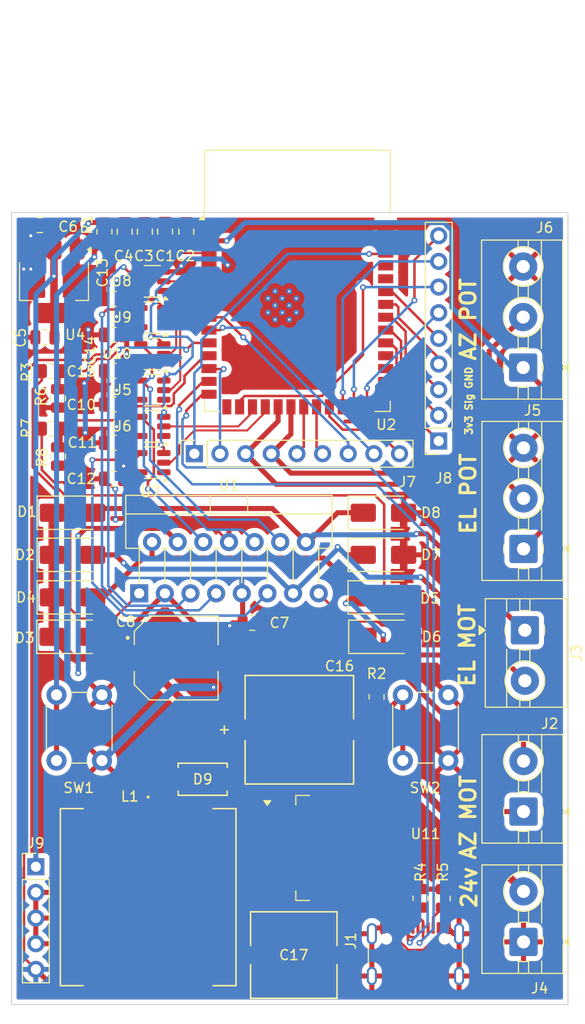
<source format=kicad_pcb>
(kicad_pcb (version 20241229) (generator "pcbnew") (generator_version "9.0")
  (layers (0 "F.Cu" signal) (2 "B.Cu" signal) (13 "F.Paste" user) (15 "B.Paste" user) (5 "F.SilkS" user "F.Silkscreen") (7 "B.SilkS" user "B.Silkscreen") (1 "F.Mask" user) (3 "B.Mask" user) (25 "Edge.Cuts" user))
  (net 0 "")
  (net 1 "Earth")
  (net 2 "+3.3V")
  (net 3 "ESP_EN")
  (net 4 "+5V")
  (net 5 "+24V")
  (net 6 "ELMOT_N")
  (net 7 "ELMOT_P")
  (net 8 "AZMOT_N")
  (net 9 "AZMOT_P")
  (net 10 "Net-(D9-K)")
  (net 11 "D+")
  (net 12 "Net-(J1-CC2)")
  (net 13 "Net-(J1-CC1)")
  (net 14 "D-")
  (net 17 "AZPOT_SWEEP")
  (net 18 "ELPOT_SWEEP")
  (net 19 "ESP_IO13")
  (net 20 "ESP_IO15")
  (net 21 "ESP_IO8")
  (net 22 "ESP_IO21")
  (net 23 "ESP_IO16")
  (net 24 "ESP_IO2")
  (net 25 "ESP_IO14")
  (net 26 "ESP_IO42")
  (net 27 "ESP_IO48")
  (net 28 "ESP_IO41")
  (net 29 "ESP_IO46")
  (net 30 "ESP_IO39")
  (net 31 "ESP_IO47")
  (net 32 "ESP_IO40")
  (net 33 "ESP_IO38")
  (net 34 "ESP_IO45")
  (net 35 "Net-(R2-Pad1)")
  (net 36 "ESP_BOOT")
  (net 37 "DRV_SENSEA")
  (net 38 "ESP_SENSEA")
  (net 39 "ESP_SENSEB")
  (net 40 "DRV_SENSEB")
  (net 41 "DRV_ENA")
  (net 42 "DRV_IN2")
  (net 43 "DRV_ENB")
  (net 44 "DRV_IN1")
  (net 45 "DRV_IN3")
  (net 46 "DRV_IN4")
  (net 49 "ESP_IN2")
  (net 50 "ESP_ENA")
  (net 53 "ESP_ENB")
  (net 54 "ESP_IN1")
  (net 58 "ESP_IN3")
  (net 59 "ESP_IN4")
  (footprint "Connector_USB:USB_C_Receptacle_GCT_USB4105-xx-A_16P_TopMnt_Horizontal" (layer "F.Cu") (at 186.2 125)
    (property "Reference" "J1")
    (property "Value" "USBC Receptacle")
  )
  (footprint "Package_TO_SOT_SMD:SOT-23-5" (layer "F.Cu") (at 160.1375 57.313 180)
    (property "Reference" "U8")
    (property "Value" "SN74LV1T34DBV")
  )
  (footprint "TerminalBlock:TerminalBlock_MaiXu_MX126-5.0-03P_1x03_P5.00mm" (layer "F.Cu") (at 196.9 83.8 90)
    (property "Reference" "J5")
    (property "Value" "Azimuth Pot")
  )
  (footprint "Package_TO_SOT_SMD:TO-263-5_TabPin3" (layer "F.Cu") (at 179.175 113.4)
    (property "Reference" "U11")
    (property "Value" "LM2596S-5")
  )
  (footprint "Resistor_SMD:R_0805_2012Metric" (layer "F.Cu") (at 150.8 68.9 -90)
    (property "Reference" "R6")
    (property "Value" "2k")
  )
  (footprint "Package_TO_SOT_SMD:SOT-23-5" (layer "F.Cu") (at 160.1375 60.903 180)
    (property "Reference" "U9")
    (property "Value" "SN74LV1T34DBV")
  )
  (footprint "TerminalBlock:TerminalBlock_MaiXu_MX126-5.0-02P_1x02_P5.00mm" (layer "F.Cu") (at 196.9 109.8 90)
    (property "Reference" "J2")
    (property "Value" "Azimuth Motor")
  )
  (footprint "Capacitor_SMD:C_0805_2012Metric" (layer "F.Cu") (at 156.3 69.5)
    (property "Reference" "C10")
    (property "Value" "100nF")
  )
  (footprint "Button_Switch_THT:SW_PUSH_6mm" (layer "F.Cu") (at 150.65 104.75 90)
    (property "Reference" "SW1")
    (property "Value" "EN")
  )
  (footprint "Resistor_SMD:R_0805_2012Metric" (layer "F.Cu") (at 150.8 74.65 -90)
    (property "Reference" "R8")
    (property "Value" "2k")
  )
  (footprint "Capacitor_SMD:C_0805_2012Metric" (layer "F.Cu") (at 156.3 73.3)
    (property "Reference" "C11")
    (property "Value" "100nF")
  )
  (footprint "Resistor_SMD:R_0805_2012Metric" (layer "F.Cu") (at 186.7 118.3875 -90)
    (property "Reference" "R4")
    (property "Value" "5k1")
  )
  (footprint "Diode_SMD:D_SMA" (layer "F.Cu") (at 152.2 92.5)
    (property "Reference" "D3")
    (property "Value" "SS14")
  )
  (footprint "EEE_1VA221UP:CAP_EEE1VA221UP" (layer "F.Cu") (at 162.5 94.6)
    (property "Reference" "C8")
    (property "Value" "220uF/35V")
  )
  (footprint "TerminalBlock:TerminalBlock_MaiXu_MX126-5.0-03P_1x03_P5.00mm" (layer "F.Cu") (at 196.8675 65.85 90)
    (property "Reference" "J6")
    (property "Value" "Elevation Pot")
  )
  (footprint "Capacitor_SMD:C_0805_2012Metric" (layer "F.Cu") (at 156.3 76.863)
    (property "Reference" "C12")
    (property "Value" "100nF")
  )
  (footprint "EEH_ZA1H101P:PCAP_EEHZ_G_PAN" (layer "F.Cu") (at 174.7 101.7)
    (property "Reference" "C16")
    (property "Value" "100uF/28m")
  )
  (footprint "Capacitor_SMD:C_0805_2012Metric" (layer "F.Cu") (at 149 51.75)
    (property "Reference" "C6")
    (property "Value" "10uF")
  )
  (footprint "Diode_SMD:D_SMA" (layer "F.Cu") (at 183.1 92.5)
    (property "Reference" "D6")
    (property "Value" "SS14")
  )
  (footprint "Capacitor_SMD:C_0805_2012Metric" (layer "F.Cu") (at 156.3 62.611 180)
    (property "Reference" "C14")
    (property "Value" "100nF")
  )
  (footprint "B360A_13_F:B360A-13-F_DIO" (layer "F.Cu") (at 165.125 106.6)
    (property "Reference" "D9")
    (property "Value" "FSV360FP")
  )
  (footprint "Package_TO_SOT_SMD:SOT-23-5" (layer "F.Cu") (at 160.1375 75.263 180)
    (property "Reference" "U7")
    (property "Value" "SN74LV1T34DBV")
  )
  (footprint "Diode_SMD:D_SMA" (layer "F.Cu") (at 183.03 88.6)
    (property "Reference" "D5")
    (property "Value" "SS14")
  )
  (footprint "Diode_SMD:D_SMA" (layer "F.Cu") (at 183.03 80.22)
    (property "Reference" "D8")
    (property "Value" "SS14")
  )
  (footprint "Package_TO_SOT_SMD:SOT-23-5" (layer "F.Cu") (at 160.1375 71.673 180)
    (property "Reference" "U6")
    (property "Value" "SN74LV1T34DBV")
  )
  (footprint "Capacitor_SMD:C_0805_2012Metric" (layer "F.Cu") (at 159.4 52.4 90)
    (property "Reference" "C3")
    (property "Value" "1uF")
  )
  (footprint "Resistor_SMD:R_0805_2012Metric" (layer "F.Cu") (at 150.1 66.2)
    (property "Reference" "R3")
    (property "Value" "1k")
  )
  (footprint "Capacitor_SMD:C_0805_2012Metric" (layer "F.Cu") (at 157.4 52.4 90)
    (property "Reference" "C4")
    (property "Value" "100nF")
  )
  (footprint "Resistor_SMD:R_0805_2012Metric" (layer "F.Cu") (at 188.9 118.4 -90)
    (property "Reference" "R5")
    (property "Value" "5k1")
  )
  (footprint "Capacitor_SMD:C_0805_2012Metric" (layer "F.Cu") (at 161.4 52.38 90)
    (property "Reference" "C1")
    (property "Value" "22uF")
  )
  (footprint "Connector_PinSocket_2.54mm:PinSocket_1x09_P2.54mm_Vertical" (layer "F.Cu") (at 164.3 74.375 90)
    (property "Reference" "J7")
    (property "Value" "GPIO")
  )
  (footprint "Capacitor_SMD:C_0805_2012Metric" (layer "F.Cu") (at 149.5 62.85 180)
    (property "Reference" "C5")
    (property "Value" "22uF")
  )
  (footprint "RF_Module:ESP32-S3-WROOM-1" (layer "F.Cu") (at 174.5 57.24)
    (property "Reference" "U2")
    (property "Value" "ESP32-S3-WROOM-1")
  )
  (footprint "Package_TO_SOT_SMD:SOT-23-5" (layer "F.Cu") (at 160.1375 64.493 180)
    (property "Reference" "U10")
    (property "Value" "SN74LV1T34DBV")
  )
  (footprint "IHLP6767GZER560M11:IND_IHLP-6767GZ_VIS" (layer "F.Cu") (at 159.725 118.2699 -90)
    (property "Reference" "L1")
    (property "Value" "68uH")
  )
  (footprint "Resistor_SMD:R_0805_2012Metric" (layer "F.Cu") (at 155.4 52.4 90)
    (property "Reference" "R1")
    (property "Value" "10k")
  )
  (footprint "Package_TO_SOT_SMD:SOT-223-3_TabPin2" (layer "F.Cu") (at 150.4 57.3 -90)
    (property "Reference" "U4")
    (property "Value" "AMS1117-5.0")
  )
  (footprint "Capacitor_SMD:C_0805_2012Metric" (layer "F.Cu") (at 163.5 52.4 90)
    (property "Reference" "C2")
    (property "Value" "100nF")
  )
  (footprint "Resistor_SMD:R_0805_2012Metric" (layer "F.Cu") (at 150.1 71.9)
    (property "Reference" "R7")
    (property "Value" "1k")
  )
  (footprint "TerminalBlock:TerminalBlock_MaiXu_MX126-5.0-02P_1x02_P5.00mm" (layer "F.Cu") (at 197.0325 91.85 -90)
    (property "Reference" "J3")
    (property "Value" "Elevation Motor")
  )
  (footprint "UUD1V221MNL1GS:U2-P_NCH" (layer "F.Cu") (at 174.15 124)
    (property "Reference" "C17")
    (property "Value" "220uF/120m")
  )
  (footprint "Diode_SMD:D_SMA" (layer "F.Cu") (at 152.23 88.6)
    (property "Reference" "D4")
    (property "Value" "SS14")
  )
  (footprint "Button_Switch_THT:SW_PUSH_6mm" (layer "F.Cu") (at 184.95 104.75 90)
    (property "Reference" "SW2")
    (property "Value" "BOOT")
  )
  (footprint "Diode_SMD:D_SMA" (layer "F.Cu") (at 183.03 84.386666)
    (property "Reference" "D7")
    (property "Value" "SS14")
  )
  (footprint "Capacitor_SMD:C_0805_2012Metric" (layer "F.Cu") (at 170.03 91.12)
    (property "Reference" "C7")
    (property "Value" "100nF")
  )
  (footprint "TerminalBlock:TerminalBlock_MaiXu_MX126-5.0-02P_1x02_P5.00mm" (layer "F.Cu") (at 196.9 122.7 90)
    (property "Reference" "J4")
    (property "Value" "+24v Motor Voltage")
  )
  (footprint "Package_TO_SOT_THT:TO-220-15_P2.54x2.54mm_StaggerOdd_Lead4.58mm_Vertical" (layer "F.Cu") (at 158.84 88.2)
    (property "Reference" "U1")
    (property "Value" "L298N")
  )
  (footprint "Resistor_SMD:R_0805_2012Metric" (layer "F.Cu") (at 182.35 98.45 90)
    (property "Reference" "R2")
    (property "Value" "100R")
  )
  (footprint "Connector_PinSocket_2.54mm:PinSocket_1x09_P2.54mm_Vertical" (layer "F.Cu") (at 188.5 73.12 180)
    (property "Reference" "J8")
    (property "Value" "GPIO")
  )
  (footprint "Capacitor_SMD:C_0805_2012Metric" (layer "F.Cu") (at 156.3 59.048 180)
    (property "Reference" "C13")
    (property "Value" "100nF")
  )
  (footprint "Diode_SMD:D_SMA" (layer "F.Cu") (at 152.23 80.22)
    (property "Reference" "D1")
    (property "Value" "SS14")
  )
  (footprint "Connector_PinHeader_2.54mm:PinHeader_1x05_P2.54mm_Vertical" (layer "F.Cu") (at 148.6 115.26)
    (property "Reference" "J9")
    (property "Value" "PWR")
  )
  (footprint "Diode_SMD:D_SMA" (layer "F.Cu") (at 152.23 84.386666)
    (property "Reference" "D2")
    (property "Value" "SS14")
  )
  (footprint "Package_TO_SOT_SMD:SOT-23-5" (layer "F.Cu") (at 160.1375 68.083 180)
    (property "Reference" "U5")
    (property "Value" "SN74LV1T34DBV")
  )
  (footprint "Capacitor_SMD:C_0805_2012Metric" (layer "F.Cu") (at 156.3 66.174 180)
    (property "Reference" "C15")
    (property "Value" "100nF")
  )
  (gr_poly (pts (xy 172 112.2) (xy 165.7 112.2) (xy 161.9 109.5) (xy 162 106.9) (xy 163.8 106.9) (xy 165.7 109.7) (xy 167.3 111.1) (xy 167.5 111.2) (xy 172 111.2)) (stroke (width 0.2)) (fill yes) (layer "F.Cu") (net 10))
  (gr_poly (pts (xy 168.5 127) (xy 171 124.6) (xy 171 123.4) (xy 165.4 123.4) (xy 161.8 124.5) (xy 161.8 127)) (stroke (width 0.2)) (fill yes) (layer "F.Cu") (net 4))
  (gr_rect (start 146.2 50.5) (end 201.3 128.9) (stroke (width 0.1)) (fill no) (layer "Edge.Cuts"))
  (gr_text "3v3 Sig GND" (at 191.9 72.6 90) (layer "F.SilkS") (effects (font (size 0.7 0.7) (thickness 0.175) (bold yes)) (justify left bottom)))
  (gr_text "24v" (at 192.4 119.5 90) (layer "F.SilkS") (effects (font (size 1.5 1.5) (thickness 0.3) (bold yes)) (justify left bottom)))
  (gr_text "AZ MOT" (at 192.3 114.7 90) (layer "F.SilkS") (effects (font (size 1.5 1.5) (thickness 0.3) (bold yes)) (justify left bottom)))
  (gr_text "EL MOT" (at 192.2 97.6 90) (layer "F.SilkS") (effects (font (size 1.5 1.5) (thickness 0.3) (bold yes)) (justify left bottom)))
  (gr_text "AZ POT" (at 192.3 65.3 90) (layer "F.SilkS") (effects (font (size 1.5 1.5) (thickness 0.3) (bold yes)) (justify left bottom)))
  (gr_text "EL POT" (at 192.3 82.5 90) (layer "F.SilkS") (effects (font (size 1.5 1.5) (thickness 0.3) (bold yes)) (justify left bottom)))
  (segment (start 161.6 66.808) (end 161.275 67.133) (width 0.25) (layer "F.Cu") (net 1))
  (segment (start 160.622 59.3) (end 161.275 59.953) (width 0.25) (layer "F.Cu") (net 1))
  (segment (start 161.275 73.775) (end 161 73.5) (width 0.25) (layer "F.Cu") (net 1))
  (segment (start 160.532 62.8) (end 161.275 63.543) (width 0.25) (layer "F.Cu") (net 1))
  (segment (start 189.975 121.895) (end 189.4 121.32) (width 0.5) (layer "F.Cu") (net 1))
  (segment (start 185.03 92.43) (end 185.1 92.5) (width 0.75) (layer "F.Cu") (net 1))
  (segment (start 156.6 80.8) (end 165.41 80.8) (width 0.25) (layer "F.Cu") (net 1))
  (segment (start 165.41 80.8) (end 167.73 83.12) (width 0.25) (layer "F.Cu") (net 1))
  (segment (start 164.03 51.98) (end 163.5 51.45) (width 0.25) (layer "F.Cu") (net 1))
  (segment (start 190.52 121.895) (end 189.975 121.895) (width 0.5) (layer "F.Cu") (net 1))
  (segment (start 156.362001 77.875001) (end 155.35 76.863) (width 0.25) (layer "F.Cu") (net 1))
  (segment (start 161.3 70.283) (end 161.3 70.698) (width 0.25) (layer "F.Cu") (net 1))
  (segment (start 160.5 59.3) (end 160.622 59.3) (width 0.25) (layer "F.Cu") (net 1))
  (segment (start 161.275 74.313) (end 161.275 73.775) (width 0.25) (layer "F.Cu") (net 1))
  (segment (start 161.6 66.5) (end 161.6 66.808) (width 0.25) (layer "F.Cu") (net 1))
  (segment (start 161.3 70.698) (end 161.275 70.723) (width 0.25) (layer "F.Cu") (net 1))
  (segment (start 160 62.8) (end 160.532 62.8) (width 0.25) (layer "F.Cu") (net 1))
  (segment (start 156.469443 77.875001) (end 156.362001 77.875001) (width 0.25) (layer "F.Cu") (net 1))
  (segment (start 185.03 80.22) (end 185.03 92.43) (width 0.75) (layer "F.Cu") (net 1))
  (segment (start 156.5 80.9) (end 156.6 80.8) (width 0.25) (layer "F.Cu") (net 1))
  (segment (start 165.75 51.98) (end 164.03 51.98) (width 0.25) (layer "F.Cu") (net 1))
  (via (at 163 55.8) (size 0.6) (drill 0.3) (layers "F.Cu" "B.Cu") (net 1))
  (via (at 156.469443 77.875001) (size 0.6) (drill 0.3) (layers "F.Cu" "B.Cu") (net 1))
  (via (at 153.5 72.3) (size 0.6) (drill 0.3) (layers "F.Cu" "B.Cu") (net 1))
  (via (at 153.4 67.4) (size 0.6) (drill 0.3) (layers "F.Cu" "B.Cu") (net 1))
  (via (at 153.8 62.1) (size 0.6) (drill 0.3) (layers "F.Cu" "B.Cu") (net 1))
  (via (at 161 73.5) (size 0.6) (drill 0.3) (layers "F.Cu" "B.Cu") (net 1))
  (via (at 156.5 80.9) (size 0.6) (drill 0.3) (layers "F.Cu" "B.Cu") (net 1))
  (via (at 161.6 66.5) (size 0.6) (drill 0.3) (layers "F.Cu" "B.Cu") (net 1))
  (via (at 167.6 55.7) (size 0.6) (drill 0.3) (layers "F.Cu" "B.Cu") (net 1))
  (via (at 160 62.8) (size 0.6) (drill 0.3) (layers "F.Cu" "B.Cu") (net 1))
  (via (at 161.3 70.283) (size 0.6) (drill 0.3) (layers "F.Cu" "B.Cu") (net 1))
  (via (at 160.5 59.3) (size 0.6) (drill 0.3) (layers "F.Cu" "B.Cu") (net 1))
  (via (at 166.2 97.5) (size 0.6) (drill 0.3) (layers "F.Cu" "B.Cu") (net 1))
  (segment (start 162.4 97.5) (end 166.2 97.5) (width 0.75) (layer "B.Cu") (net 1))
  (segment (start 161.3 70.283) (end 161.3 66.8) (width 0.25) (layer "B.Cu") (net 1))
  (segment (start 153.8 67) (end 153.4 67.4) (width 0.25) (layer "B.Cu") (net 1))
  (segment (start 161 70.583) (end 161.3 70.283) (width 0.25) (layer "B.Cu") (net 1))
  (segment (start 156.5 77.905558) (end 156.469443 77.875001) (width 0.25) (layer "B.Cu") (net 1))
  (segment (start 156.5 80.9) (end 156.5 77.905558) (width 0.25) (layer "B.Cu") (net 1))
  (segment (start 163.7 55.1) (end 163 55.8) (width 0.5) (layer "B.Cu") (net 1))
  (segment (start 162.4 66.5) (end 164.125 64.775) (width 0.25) (layer "B.Cu") (net 1))
  (segment (start 153.5 67.5) (end 153.4 67.4) (width 0.5) (layer "B.Cu") (net 1))
  (segment (start 160.5 58.3) (end 163 55.8) (width 0.25) (layer "B.Cu") (net 1))
  (segment (start 160.5 59.3) (end 160.5 58.3) (width 0.25) (layer "B.Cu") (net 1))
  (segment (start 161.3 66.8) (end 161.6 66.5) (width 0.25) (layer "B.Cu") (net 1))
  (segment (start 153.8 62.1) (end 153.8 67) (width 0.25) (layer "B.Cu") (net 1))
  (segment (start 153.5 72.3) (end 153.5 67.5) (width 0.5) (layer "B.Cu") (net 1))
  (segment (start 160 62.8) (end 160 59.8) (width 0.25) (layer "B.Cu") (net 1))
  (segment (start 161 73.5) (end 161 70.583) (width 0.25) (layer "B.Cu") (net 1))
  (segment (start 164.125 64.775) (end 164.125 63.341116) (width 0.25) (layer "B.Cu") (net 1))
  (segment (start 160 59.8) (end 160.5 59.3) (width 0.25) (layer "B.Cu") (net 1))
  (segment (start 163.583884 62.8) (end 160 62.8) (width 0.25) (layer "B.Cu") (net 1))
  (segment (start 164.125 63.341116) (end 163.583884 62.8) (width 0.25) (layer "B.Cu") (net 1))
  (segment (start 167 55.1) (end 163.7 55.1) (width 0.5) (layer "B.Cu") (net 1))
  (segment (start 161.6 66.5) (end 162.4 66.5) (width 0.25) (layer "B.Cu") (net 1))
  (segment (start 155.15 104.75) (end 162.4 97.5) (width 0.75) (layer "B.Cu") (net 1))
  (segment (start 167.6 55.7) (end 167 55.1) (width 0.5) (layer "B.Cu") (net 1))
  (segment (start 156.3125 52.4) (end 160.47 52.4) (width 0.25) (layer "F.Cu") (net 2))
  (segment (start 167.5 53.3) (end 165.8 53.3) (width 0.5) (layer "F.Cu") (net 2))
  (segment (start 196.9 83.8) (end 199.5 81.2) (width 0.5) (layer "F.Cu") (net 2))
  (segment (start 150.4 62.8) (end 150.45 62.85) (width 0.75) (layer "F.Cu") (net 2))
  (segment (start 160.47 52.4) (end 161.4 53.33) (width 0.25) (layer "F.Cu") (net 2))
  (segment (start 150.4 60.45) (end 150.4 62.8) (width 0.75) (layer "F.Cu") (net 2))
  (segment (start 155.4 51.4875) (end 153.9125 51.4875) (width 0.5) (layer "F.Cu") (net 2))
  (segment (start 165.67 53.33) (end 165.75 53.25) (width 0.2) (layer "F.Cu") (net 2))
  (segment (start 153.9125 51.4875) (end 153.8 51.6) (width 0.5) (layer "F.Cu") (net 2))
  (segment (start 150.4 56.8) (end 150.4 60.45) (width 0.75) (layer "F.Cu") (net 2))
  (segment (start 150.4 54.15) (end 150.4 56.8) (width 0.75) (layer "F.Cu") (net 2))
  (segment (start 155.4 51.4875) (end 156.3125 52.4) (width 0.25) (layer "F.Cu") (net 2))
  (segment (start 199.5 68.4825) (end 196.8675 65.85) (width 0.5) (layer "F.Cu") (net 2))
  (segment (start 161.4 53.33) (end 165.67 53.33) (width 0.2) (layer "F.Cu") (net 2))
  (segment (start 199.5 81.2) (end 199.5 68.4825) (width 0.5) (layer "F.Cu") (net 2))
  (segment (start 165.8 53.3) (end 165.75 53.25) (width 0.5) (layer "F.Cu") (net 2))
  (via (at 153.8 51.6) (size 0.6) (drill 0.3) (layers "F.Cu" "B.Cu") (net 2))
  (via (at 150.4 56.8) (size 0.6) (drill 0.3) (layers "F.Cu" "B.Cu") (net 2))
  (via (at 167.5 53.3) (size 0.6) (drill 0.3) (layers "F.Cu" "B.Cu") (net 2))
  (segment (start 153.8 51.6) (end 150.4 55) (width 0.5) (layer "B.Cu") (net 2))
  (segment (start 148.6 58.6) (end 150.4 56.8) (width 0.5) (layer "B.Cu") (net 2))
  (segment (start 150.4 55) (end 150.4 56.8) (width 0.5) (layer "B.Cu") (net 2))
  (segment (start 189.8 59.881522) (end 189.8 52.261522) (width 0.5) (layer "B.Cu") (net 2))
  (segment (start 148.6 115.26) (end 148.6 58.6) (width 0.5) (layer "B.Cu") (net 2))
  (segment (start 196.8675 65.85) (end 195.768478 65.85) (width 0.5) (layer "B.Cu") (net 2))
  (segment (start 189.8 52.261522) (end 189.038478 51.5) (width 0.5) (layer "B.Cu") (net 2))
  (segment (start 189.038478 51.5) (end 169.3 51.5) (width 0.5) (layer "B.Cu") (net 2))
  (segment (start 195.768478 65.85) (end 189.8 59.881522) (width 0.5) (layer "B.Cu") (net 2))
  (segment (start 169.3 51.5) (end 167.5 53.3) (width 0.5) (layer "B.Cu") (net 2))
  (segment (start 159.4 53.35) (end 160.57 54.52) (width 0.2) (layer "F.Cu") (net 3))
  (segment (start 157.4 53.35) (end 159.4 53.35) (width 0.2) (layer "F.Cu") (net 3))
  (segment (start 154.4 54.3125) (end 155.4 53.3125) (width 0.5) (layer "F.Cu") (net 3))
  (segment (start 154.4 54.9) (end 154.4 54.3125) (width 0.5) (layer "F.Cu") (net 3))
  (segment (start 157.3625 53.3125) (end 157.4 53.35) (width 0.2) (layer "F.Cu") (net 3))
  (segment (start 160.57 54.52) (end 165.75 54.52) (width 0.2) (layer "F.Cu") (net 3))
  (segment (start 155.4 53.3125) (end 157.3625 53.3125) (width 0.2) (layer "F.Cu") (net 3))
  (segment (start 150.65 104.75) (end 150.65 98.25) (width 0.5) (layer "F.Cu") (net 3))
  (via (at 154.4 54.9) (size 0.6) (drill 0.3) (layers "F.Cu" "B.Cu") (net 3))
  (segment (start 150.65 98.25) (end 150.65 58.65) (width 0.5) (layer "B.Cu") (net 3))
  (segment (start 150.65 58.65) (end 154.4 54.9) (width 0.5) (layer "B.Cu") (net 3))
  (segment (start 183.8 121.812764) (end 183.8 121.32) (width 0.25) (layer "F.Cu") (net 4))
  (segment (start 147.425 124.245) (end 147.425 66.4299) (width 0.25) (layer "F.Cu") (net 4))
  (segment (start 148.6 125.42) (end 147.425 124.245) (width 0.25) (layer "F.Cu") (net 4))
  (segment (start 183.8 120.692316) (end 182.607684 119.5) (width 0.5) (layer "F.Cu") (net 4))
  (segment (start 158.1669 127.1051) (end 159.725 125.547) (width 0.5) (layer "F.Cu") (net 4))
  (segment (start 157.25 75.65) (end 157.3 75.6) (width 0.5) (layer "F.Cu") (net 4))
  (segment (start 159 58.263) (end 157.663 58.263) (width 0.5) (layer "F.Cu") (net 4))
  (segment (start 157.25 61.45) (end 156.85 61.05) (width 0.5) (layer "F.Cu") (net 4))
  (segment (start 157.25 66.174) (end 157.25 64.85) (width 0.5) (layer "F.Cu") (net 4))
  (segment (start 183.8 121.32) (end 183.8 120.692316) (width 0.5) (layer "F.Cu") (net 4))
  (segment (start 157.653 61.853) (end 156.85 61.05) (width 0.5) (layer "F.Cu") (net 4))
  (segment (start 157.663 58.263) (end 156.9 57.5) (width 0.5) (layer "F.Cu") (net 4))
  (segment (start 168.7 119.5) (end 168.7 122.345254) (width 0.5) (layer "F.Cu") (net 4))
  (segment (start 148.1 54.15) (end 148.1 51.8) (width 0.75) (layer "F.Cu") (net 4))
  (segment (start 157.25 64.85) (end 157.6 64.5) (width 0.5) (layer "F.Cu") (net 4))
  (segment (start 185.487236 123.5) (end 183.8 121.812764) (width 0.25) (layer "F.Cu") (net 4))
  (segment (start 157.6 64.5) (end 157.6 62.961) (width 0.5) (layer "F.Cu") (net 4))
  (segment (start 150.2851 127.1051) (end 158.1669 127.1051) (width 0.5) (layer "F.Cu") (net 4))
  (segment (start 156.85 61.05) (end 156.6 60.8) (width 0.5) (layer "F.Cu") (net 4))
  (segment (start 159 61.853) (end 157.653 61.853) (width 0.5) (layer "F.Cu") (net 4))
  (segment (start 147.425 66.4299) (end 148.7549 65.1) (width 0.25) (layer "F.Cu") (net 4))
  (segment (start 148.1 51.8) (end 148.05 51.75) (width 0.75) (layer "F.Cu") (net 4))
  (segment (start 148.1 56.1) (end 147.4 56.1) (width 0.75) (layer "F.Cu") (net 4))
  (segment (start 159 65.443) (end 158.543 65.443) (width 0.5) (layer "F.Cu") (net 4))
  (segment (start 157.25 69.5) (end 157.25 68.75) (width 0.5) (layer "F.Cu") (net 4))
  (segment (start 157.6 62.961) (end 157.25 62.611) (width 0.5) (layer "F.Cu") (net 4))
  (segment (start 169.225 115.1) (end 168.7 115.625) (width 0.5) (layer "F.Cu") (net 4))
  (segment (start 153.963604 65.1) (end 154.513604 64.55) (width 0.25) (layer "F.Cu") (net 4))
  (segment (start 182.607684 119.5) (end 168.7 119.5) (width 0.5) (layer "F.Cu") (net 4))
  (segment (start 157.533 69.033) (end 156.6 68.1) (width 0.5) (layer "F.Cu") (net 4))
  (segment (start 168.08 91.12) (end 167.8 91.4) (width 0.5) (layer "F.Cu") (net 4))
  (segment (start 188.6 121.895051) (end 186.995051 123.5) (width 0.25) (layer "F.Cu") (net 4))
  (segment (start 157.25 57.85) (end 156.9 57.5) (width 0.5) (layer "F.Cu") (net 4))
  (segment (start 157.913 76.213) (end 157.3 75.6) (width 0.5) (layer "F.Cu") (net 4))
  (segment (start 186.995051 123.5) (end 185.487236 123.5) (width 0.25) (layer "F.Cu") (net 4))
  (segment (start 159 76.213) (end 157.913 76.213) (width 0.5) (layer "F.Cu") (net 4))
  (segment (start 168.7 115.625) (end 168.7 119.5) (width 0.5) (layer "F.Cu") (net 4))
  (segment (start 157.523 72.623) (end 156.6 71.7) (width 0.5) (layer "F.Cu") (net 4))
  (segment (start 188.6 121.32) (end 188.6 121.895051) (width 0.25) (layer "F.Cu") (net 4))
  (segment (start 169.08 91.12) (end 168.08 91.12) (width 0.5) (layer "F.Cu") (net 4))
  (segment (start 154.513604 64.55) (end 155.311 64.55) (width 0.25) (layer "F.Cu") (net 4))
  (segment (start 169.08 88.28) (end 169 88.2) (width 0.5) (layer "F.Cu") (net 4))
  (segment (start 157.25 59.048) (end 157.25 57.85) (width 0.5) (layer "F.Cu") (net 4))
  (segment (start 148.6 125.42) (end 150.2851 127.1051) (width 0.5) (layer "F.Cu") (net 4))
  (segment (start 169.08 91.12) (end 169.08 88.28) (width 0.5) (layer "F.Cu") (net 4))
  (segment (start 171.525 115.1) (end 169.225 115.1) (width 0.5) (layer "F.Cu") (net 4))
  (segment (start 157.25 68.75) (end 156.6 68.1) (width 0.5) (layer "F.Cu") (net 4))
  (segment (start 155.311 64.55) (end 157.25 62.611) (width 0.25) (layer "F.Cu") (net 4))
  (segment (start 157.25 62.611) (end 157.25 61.45) (width 0.5) (layer "F.Cu") (net 4))
  (segment (start 157.25 72.35) (end 156.6 71.7) (width 0.5) (layer "F.Cu") (net 4))
  (segment (start 148.1 54.15) (end 148.1 56.1) (width 0.75) (layer "F.Cu") (net 4))
  (segment (start 157.25 76.863) (end 157.25 75.65) (width 0.5) (layer "F.Cu") (net 4))
  (segment (start 159 72.623) (end 157.523 72.623) (width 0.5) (layer "F.Cu") (net 4))
  (segment (start 158.543 65.443) (end 157.6 64.5) (width 0.5) (layer "F.Cu") (net 4))
  (segment (start 156.9 57.5) (end 156.6 57.2) (width 0.5) (layer "F.Cu") (net 4))
  (segment (start 170.354746 124) (end 171.0512 124) (width 0.5) (layer "F.Cu") (net 4))
  (segment (start 148.7549 65.1) (end 153.963604 65.1) (width 0.25) (layer "F.Cu") (net 4))
  (segment (start 159 69.033) (end 157.533 69.033) (width 0.5) (layer "F.Cu") (net 4))
  (segment (start 168.7 122.345254) (end 170.354746 124) (width 0.5) (layer "F.Cu") (net 4))
  (segment (start 157.25 73.3) (end 157.25 72.35) (width 0.5) (layer "F.Cu") (net 4))
  (via (at 167.8 91.4) (size 0.6) (drill 0.3) (layers "F.Cu" "B.Cu") (net 4))
  (via (at 148.1 52.8) (size 0.6) (drill 0.3) (layers "F.Cu" "B.Cu") (net 4))
  (via (at 156.6 60.8) (size 0.6) (drill 0.3) (layers "F.Cu" "B.Cu") (net 4))
  (via (at 156.6 68.1) (size 0.6) (drill 0.3) (layers "F.Cu" "B.Cu") (net 4))
  (via (at 157.3 75.6) (size 0.6) (drill 0.3) (layers "F.Cu" "B.Cu") (net 4))
  (via (at 156.6 57.2) (size 0.6) (drill 0.3) (layers "F.Cu" "B.Cu") (net 4))
  (via (at 147.4 56.1) (size 0.6) (drill 0.3) (layers "F.Cu" "B.Cu") (net 4))
  (via (at 148.1 56.1) (size 0.6) (drill 0.3) (layers "F.Cu" "B.Cu") (net 4))
  (via (at 157.6 64.5) (size 0.6) (drill 0.3) (layers "F.Cu" "B.Cu") (net 4))
  (via (at 156.6 71.7) (size 0.6) (drill 0.3) (layers "F.Cu" "B.Cu") (net 4))
  (segment (start 158.95 94.6) (end 166.05 101.7) (width 0.75) (layer "F.Cu") (net 5))
  (segment (start 169.77547 101.7) (end 169.1307 102.34477) (width 0.75) (layer "F.Cu") (net 5))
  (segment (start 174.1 107.425) (end 171.525 110) (width 0.75) (layer "F.Cu") (net 5))
  (segment (start 152.8 95.1) (end 150.2 92.5) (width 0.5) (layer "F.Cu") (net 5))
  (segment (start 150.23 80.22) (end 150.23 92.47) (width 0.75) (layer "F.Cu") (net 5))
  (segment (start 169.1307 107.6057) (end 171.525 110) (width 0.75) (layer "F.Cu") (net 5))
  (segment (start 161.3 81.77) (end 153.53 81.77) (width 0.5) (layer "F.Cu") (net 5))
  (segment (start 150.23 92.47) (end 150.2 92.5) (width 0.75) (layer "F.Cu") (net 5))
  (segment (start 152.3 94.6) (end 158.95 94.6) (width 0.75) (layer "F.Cu") (net 5))
  (segment (start 152.8 96.1) (end 152.8 95.1) (width 0.5) (layer "F.Cu") (net 5))
  (segment (start 162.65 83.12) (end 161.3 81.77) (width 0.5) (layer "F.Cu") (net 5))
  (segment (start 170.3439 101.7) (end 169.77547 101.7) (width 0.75) (layer "F.Cu") (net 5))
  (segment (start 186.625 107.425) (end 174.1 107.425) (width 0.75) (layer "F.Cu") (net 5))
  (segment (start 150.2 92.5) (end 152.3 94.6) (width 0.75) (layer "F.Cu") (net 5))
  (segment (start 169.1307 102.34477) (end 169.1307 107.6057) (width 0.75) (layer "F.Cu") (net 5))
  (segment (start 153.53 81.77) (end 152.8 82.5) (width 0.5) (layer "F.Cu") (net 5))
  (segment (start 196.9 117.7) (end 186.625 107.425) (width 0.75) (layer "F.Cu") (net 5))
  (segment (start 166.05 101.7) (end 170.3439 101.7) (width 0.75) (layer "F.Cu") (net 5))
  (via (at 152.8 82.5) (size 0.6) (drill 0.3) (layers "F.Cu" "B.Cu") (net 5))
  (via (at 152.8 96.1) (size 0.6) (drill 0.3) (layers "F.Cu" "B.Cu") (net 5))
  (segment (start 152.8 82.5) (end 152.8 96.1) (width 0.5) (layer "B.Cu") (net 5))
  (segment (start 154.23 80.22) (end 154.65 79.8) (width 0.5) (layer "F.Cu") (net 6))
  (segment (start 175.58 83.12) (end 178.48 80.22) (width 0.5) (layer "F.Cu") (net 6))
  (segment (start 172.03 79.8) (end 175.35 83.12) (width 0.5) (layer "F.Cu") (net 6))
  (segment (start 175.32 83.12) (end 175.35 83.12) (width 0.5) (layer "F.Cu") (net 6))
  (segment (start 154.65 79.8) (end 172.03 79.8) (width 0.5) (layer "F.Cu") (net 6))
  (segment (start 178.48 80.22) (end 181.03 80.22) (width 0.5) (layer "F.Cu") (net 6))
  (segment (start 197.0325 91.85) (end 196.85 91.85) (width 0.5) (layer "F.Cu") (net 6))
  (segment (start 154.23 80.22) (end 154.25 80.2) (width 0.5) (layer "F.Cu") (net 6))
  (segment (start 196.85 91.85) (end 187.3 82.3) (width 0.5) (layer "F.Cu") (net 6))
  (segment (start 187.3 82.3) (end 186.3 82.3) (width 0.5) (layer "F.Cu") (net 6))
  (segment (start 175.35 83.12) (end 175.58 83.12) (width 0.5) (layer "F.Cu") (net 6))
  (via (at 186.3 82.3) (size 0.6) (drill 0.3) (layers "F.Cu" "B.Cu") (net 6))
  (segment (start 186.3 82.3) (end 186.2 82.4) (width 0.5) (layer "B.Cu") (net 6))
  (segment (start 186.2 82.4) (end 176.07 82.4) (width 0.5) (layer "B.Cu") (net 6))
  (segment (start 176.07 82.4) (end 175.35 83.12) (width 0.5) (layer "B.Cu") (net 6))
  (segment (start 181.03 84.386666) (end 179.286666 84.386666) (width 0.5) (layer "F.Cu") (net 7))
  (segment (start 179.286666 84.386666) (end 178.5 83.6) (width 0.5) (layer "F.Cu") (net 7))
  (segment (start 180.946666 84.47) (end 181.03 84.386666) (width 0.5) (layer "F.Cu") (net 7))
  (segment (start 157.3 85.2) (end 156.486666 84.386666) (width 0.5) (layer "F.Cu") (net 7))
  (segment (start 156.486666 84.386666) (end 154.23 84.386666) (width 0.5) (layer "F.Cu") (net 7))
  (segment (start 174.08 88.2) (end 174.1 88.2) (width 0.5) (layer "F.Cu") (net 7))
  (segment (start 197.0325 96.85) (end 186.7825 86.6) (width 0.5) (layer "F.Cu") (net 7))
  (segment (start 186.7825 86.6) (end 186.7 86.6) (width 0.5) (layer "F.Cu") (net 7))
  (via (at 178.5 83.6) (size 0.6) (drill 0.3) (layers "F.Cu" "B.Cu") (net 7))
  (via (at 157.3 85.2) (size 0.6) (drill 0.3) (layers "F.Cu" "B.Cu") (net 7))
  (via (at 186.7 86.6) (size 0.6) (drill 0.3) (layers "F.Cu" "B.Cu") (net 7))
  (segment (start 178.5 83.6) (end 178.5 83.78) (width 0.5) (layer "B.Cu") (net 7))
  (segment (start 157.3 85.2) (end 157.9 85.8) (width 0.5) (layer "B.Cu") (net 7))
  (segment (start 186.7 86.6) (end 181.5 86.6) (width 0.5) (layer "B.Cu") (net 7))
  (segment (start 157.9 85.8) (end 171.68 85.8) (width 0.5) (layer "B.Cu") (net 7))
  (segment (start 178.5 83.78) (end 174.08 88.2) (width 0.5) (layer "B.Cu") (net 7))
  (segment (start 171.68 85.8) (end 174.08 88.2) (width 0.5) (layer "B.Cu") (net 7))
  (segment (start 181.5 86.6) (end 178.5 83.6) (width 0.5) (layer "B.Cu") (net 7))
  (segment (start 196.9 109.8) (end 194.2 109.8) (width 0.5) (layer "F.Cu") (net 8))
  (segment (start 161.38 88.2) (end 165.68 92.5) (width 0.5) (layer "F.Cu") (net 8))
  (segment (start 165.68 92.5) (end 181.1 92.5) (width 0.5) (layer "F.Cu") (net 8))
  (segment (start 194.2 109.8) (end 193.1 108.7) (width 0.5) (layer "F.Cu") (net 8))
  (segment (start 157.08 92.5) (end 161.38 88.2) (width 0.5) (layer "F.Cu") (net 8))
  (segment (start 154.2 92.5) (end 157.08 92.5) (width 0.5) (layer "F.Cu") (net 8))
  (segment (start 193.1 104.34939) (end 181.25061 92.5) (width 0.5) (layer "F.Cu") (net 8))
  (segment (start 181.25061 92.5) (end 181.1 92.5) (width 0.5) (layer "F.Cu") (net 8))
  (segment (start 193.1 108.7) (end 193.1 104.34939) (width 0.5) (layer "F.Cu") (net 8))
  (segment (start 160.11 83.12) (end 160.11 84.69) (width 0.5) (layer "F.Cu") (net 9))
  (segment (start 184.253122 94.3) (end 188.7 94.3) (width 0.5) (layer "F.Cu") (net 9))
  (segment (start 177.13 84.7) (end 181.03 88.6) (width 0.5) (layer "F.Cu") (net 9))
  (segment (start 196.9 102.5) (end 196.9 104.8) (width 0.5) (layer "F.Cu") (net 9))
  (segment (start 159.2 84.7) (end 160.1 84.7) (width 0.5) (layer "F.Cu") (net 9))
  (segment (start 155.3 88.6) (end 159.2 84.7) (width 0.5) (layer "F.Cu") (net 9))
  (segment (start 160.11 84.69) (end 160.1 84.7) (width 0.5) (layer "F.Cu") (net 9))
  (segment (start 154.23 88.6) (end 155.3 88.6) (width 0.5) (layer "F.Cu") (net 9))
  (segment (start 179.9 88.6) (end 181.03 88.6) (width 0.5) (layer "F.Cu") (net 9))
  (segment (start 160.1 84.7) (end 177.13 84.7) (width 0.5) (layer "F.Cu") (net 9))
  (segment (start 183 93.046878) (end 184.253122 94.3) (width 0.5) (layer "F.Cu") (net 9))
  (segment (start 179.3 89.2) (end 179.9 88.6) (width 0.5) (layer "F.Cu") (net 9))
  (segment (start 183 92.3) (end 183 93.046878) (width 0.5) (layer "F.Cu") (net 9))
  (segment (start 188.7 94.3) (end 196.9 102.5) (width 0.5) (layer "F.Cu") (net 9))
  (via (at 183 92.3) (size 0.6) (drill 0.3) (layers "F.Cu" "B.Cu") (net 9))
  (via (at 179.3 89.2) (size 0.6) (drill 0.3) (layers "F.Cu" "B.Cu") (net 9))
  (segment (start 179.9 89.2) (end 183 92.3) (width 0.5) (layer "B.Cu") (net 9))
  (segment (start 179.3 89.2) (end 179.9 89.2) (width 0.5) (layer "B.Cu") (net 9))
  (segment (start 186.95 122.45) (end 186.6 122.8) (width 0.25) (layer "F.Cu") (net 11))
  (segment (start 163.5 70.6) (end 163.5 70.1) (width 0.25) (layer "F.Cu") (net 11))
  (segment (start 186.95 120.677236) (end 186.95 121.32) (width 0.25) (layer "F.Cu") (net 11))
  (segment (start 186.672764 120.4) (end 186.95 120.677236) (width 0.25) (layer "F.Cu") (net 11))
  (segment (start 163.5 70.1) (end 165.11 68.49) (width 0.25) (layer "F.Cu") (net 11))
  (segment (start 165.11 68.49) (end 165.75 68.49) (width 0.25) (layer "F.Cu") (net 11))
  (segment (start 185.95 120.677236) (end 186.227236 120.4) (width 0.25) (layer "F.Cu") (net 11))
  (segment (start 186.227236 120.4) (end 186.672764 120.4) (width 0.25) (layer "F.Cu") (net 11))
  (segment (start 185.95 121.32) (end 185.95 120.677236) (width 0.25) (layer "F.Cu") (net 11))
  (segment (start 186.95 121.32) (end 186.95 122.45) (width 0.25) (layer "F.Cu") (net 11))
  (via (at 186.6 122.8) (size 0.6) (drill 0.3) (layers "F.Cu" "B.Cu") (net 11))
  (via (at 163.5 70.6) (size 0.6) (drill 0.3) (layers "F.Cu" "B.Cu") (net 11))
  (segment (start 163.125 75.375) (end 163.125 70.975) (width 0.25) (layer "B.Cu") (net 11))
  (segment (start 188 121.4) (end 188 82) (width 0.25) (layer "B.Cu") (net 11))
  (segment (start 181.731802 75.731802) (end 163.481802 75.731802) (width 0.25) (layer "B.Cu") (net 11))
  (segment (start 188 82) (end 181.731802 75.731802) (width 0.25) (layer "B.Cu") (net 11))
  (segment (start 163.481802 75.731802) (end 163.125 75.375) (width 0.25) (layer "B.Cu") (net 11))
  (segment (start 186.6 122.8) (end 188 121.4) (width 0.25) (layer "B.Cu") (net 11))
  (segment (start 163.125 70.975) (end 163.5 70.6) (width 0.25) (layer "B.Cu") (net 11))
  (segment (start 187.95 120.2625) (end 188.9 119.3125) (width 0.25) (layer "F.Cu") (net 12))
  (segment (start 187.95 121.32) (end 187.95 120.2625) (width 0.25) (layer "F.Cu") (net 12))
  (segment (start 186 119.3) (end 186.7 119.3) (width 0.25) (layer "F.Cu") (net 13))
  (segment (start 184.95 121.32) (end 184.95 120.35) (width 0.25) (layer "F.Cu") (net 13))
  (segment (start 184.95 120.35) (end 186 119.3) (width 0.25) (layer "F.Cu") (net 13))
  (segment (start 185.45 121.962764) (end 185.707236 122.22) (width 0.25) (layer "F.Cu") (net 14))
  (segment (start 185.707236 122.22) (end 186.192764 122.22) (width 0.25) (layer "F.Cu") (net 14))
  (segment (start 165.17 67.22) (end 165.75 67.22) (width 0.25) (layer "F.Cu") (net 14))
  (segment (start 162.8 70) (end 162.8 69.59) (width 0.25) (layer "F.Cu") (net 14))
  (segment (start 186.192764 122.22) (end 186.45 121.962764) (width 0.25) (layer "F.Cu") (net 14))
  (segment (start 186.45 121.962764) (end 186.45 121.32) (width 0.25) (layer "F.Cu") (net 14))
  (segment (start 162.8 69.59) (end 165.17 67.22) (width 0.25) (layer "F.Cu") (net 14))
  (segment (start 185.45 121.32) (end 185.45 122.57888) (width 0.25) (layer "F.Cu") (net 14))
  (segment (start 185.45 121.32) (end 185.45 121.962764) (width 0.25) (layer "F.Cu") (net 14))
  (segment (start 185.45 122.57888) (end 185.63556 122.76444) (width 0.25) (layer "F.Cu") (net 14))
  (via (at 185.63556 122.76444) (size 0.6) (drill 0.3) (layers "F.Cu" "B.Cu") (net 14))
  (via (at 162.8 70) (size 0.6) (drill 0.3) (layers "F.Cu" "B.Cu") (net 14))
  (segment (start 187.4 121) (end 187.4 82.516116) (width 0.25) (layer "B.Cu") (net 14))
  (segment (start 164.1 77.4) (end 162.6 75.9) (width 0.25) (layer "B.Cu") (net 14))
  (segment (start 162.6 70.2) (end 162.8 70) (width 0.25) (layer "B.Cu") (net 14))
  (segment (start 187.4 82.516116) (end 182.283884 77.4) (width 0.25) (layer "B.Cu") (net 14))
  (segment (start 162.6 75.9) (end 162.6 70.2) (width 0.25) (layer "B.Cu") (net 14))
  (segment (start 185.63556 122.76444) (end 187.4 121) (width 0.25) (layer "B.Cu") (net 14))
  (segment (start 182.283884 77.4) (end 164.1 77.4) (width 0.25) (layer "B.Cu") (net 14))
  (segment (start 196.9 78.8) (end 195.500001 77.400001) (width 0.5) (layer "F.Cu") (net 17))
  (segment (start 172.405001 77.400001) (end 169.38 74.375) (width 0.5) (layer "F.Cu") (net 17))
  (segment (start 169.38 74.375) (end 172.595 71.16) (width 0.5) (layer "F.Cu") (net 17))
  (segment (start 195.500001 77.400001) (end 172.405001 77.400001) (width 0.5) (layer "F.Cu") (net 17))
  (segment (start 172.595 71.16) (end 172.595 69.74) (width 0.5) (layer "F.Cu") (net 17))
  (segment (start 190.6 76.3) (end 173.845 76.3) (width 0.5) (layer "F.Cu") (net 18))
  (segment (start 196.8675 60.85) (end 193.5 64.2175) (width 0.5) (layer "F.Cu") (net 18))
  (segment (start 173.845 76.3) (end 171.92 74.375) (width 0.5) (layer "F.Cu") (net 18))
  (segment (start 171.92 74.375) (end 173.865 72.43) (width 0.5) (layer "F.Cu") (net 18))
  (segment (start 193.5 73.4) (end 190.6 76.3) (width 0.5) (layer "F.Cu") (net 18))
  (segment (start 193.5 64.2175) (end 193.5 73.4) (width 0.5) (layer "F.Cu") (net 18))
  (segment (start 173.865 72.43) (end 173.865 69.74) (width 0.5) (layer "F.Cu") (net 18))
  (segment (start 174.46 74.375) (end 175.135 73.7) (width 0.25) (layer "F.Cu") (net 19))
  (segment (start 175.135 73.7) (end 175.135 69.74) (width 0.25) (layer "F.Cu") (net 19))
  (segment (start 169.15 62.85) (end 167.17 60.87) (width 0.25) (layer "F.Cu") (net 20))
  (segment (start 167.17 60.87) (end 165.75 60.87) (width 0.25) (layer "F.Cu") (net 20))
  (via (at 169.15 62.85) (size 0.6) (drill 0.3) (layers "F.Cu" "B.Cu") (net 20))
  (segment (start 179.54 73.24) (end 179.54 74.375) (width 0.25) (layer "B.Cu") (net 20))
  (segment (start 169.15 62.85) (end 179.54 73.24) (width 0.25) (layer "B.Cu") (net 20))
  (segment (start 165.8 66) (end 165.75 65.95) (width 0.25) (layer "F.Cu") (net 21))
  (segment (start 167.2 66) (end 165.8 66) (width 0.25) (layer "F.Cu") (net 21))
  (via (at 167.2 66) (size 0.6) (drill 0.3) (layers "F.Cu" "B.Cu") (net 21))
  (segment (start 166.84 66.36) (end 167.2 66) (width 0.25) (layer "B.Cu") (net 21))
  (segment (start 166.84 74.375) (end 166.84 66.36) (width 0.25) (layer "B.Cu") (net 21))
  (segment (start 184.62 74.375) (end 182.245 72) (width 0.25) (layer "F.Cu") (net 22))
  (segment (start 182.245 72) (end 179 72) (width 0.25) (layer "F.Cu") (net 22))
  (segment (start 177.675 70.675) (end 177.675 69.74) (width 0.25) (layer "F.Cu") (net 22))
  (segment (start 179 72) (end 177.675 70.675) (width 0.25) (layer "F.Cu") (net 22))
  (segment (start 167.1 61.9) (end 166.86 62.14) (width 0.25) (layer "F.Cu") (net 23))
  (segment (start 166.86 62.14) (end 165.75 62.14) (width 0.25) (layer "F.Cu") (net 23))
  (via (at 167.1 61.9) (size 0.6) (drill 0.3) (layers "F.Cu" "B.Cu") (net 23))
  (segment (start 169.605 61.9) (end 182.08 74.375) (width 0.25) (layer "B.Cu") (net 23))
  (segment (start 167.1 61.9) (end 169.605 61.9) (width 0.25) (layer "B.Cu") (net 23))
  (segment (start 181.6 54.6) (end 183.17 54.6) (width 0.25) (layer "F.Cu") (net 24))
  (segment (start 183.17 54.6) (end 183.25 54.52) (width 0.25) (layer "F.Cu") (net 24))
  (via (at 181.6 54.6) (size 0.6) (drill 0.3) (layers "F.Cu" "B.Cu") (net 24))
  (segment (start 173.516116 54.6) (end 181.6 54.6) (width 0.25) (layer "B.Cu") (net 24))
  (segment (start 165 63.116116) (end 173.516116 54.6) (width 0.25) (layer "B.Cu") (net 24))
  (segment (start 165 65.7) (end 165 63.116116) (width 0.25) (layer "B.Cu") (net 24))
  (segment (start 164.3 66.4) (end 165 65.7) (width 0.25) (layer "B.Cu") (net 24))
  (segment (start 164.3 74.375) (end 164.3 66.4) (width 0.25) (layer "B.Cu") (net 24))
  (segment (start 176.405 73.78) (end 176.405 69.74) (width 0.25) (layer "F.Cu") (net 25))
  (segment (start 177 74.375) (end 176.405 73.78) (width 0.25) (layer "F.Cu") (net 25))
  (segment (start 188.5 62.96) (end 183.87 58.33) (width 0.25) (layer "F.Cu") (net 26))
  (segment (start 183.87 58.33) (end 183.25 58.33) (width 0.25) (layer "F.Cu") (net 26))
  (segment (start 186.1 55.2) (end 186.1 59.2) (width 0.25) (layer "F.Cu") (net 27))
  (segment (start 180.1 68) (end 180.1 69.625) (width 0.25) (layer "F.Cu") (net 27))
  (segment (start 180.1 69.625) (end 180.215 69.74) (width 0.25) (layer "F.Cu") (net 27))
  (segment (start 188.5 52.8) (end 186.1 55.2) (width 0.25) (layer "F.Cu") (net 27))
  (via (at 180.1 68) (size 0.6) (drill 0.3) (layers "F.Cu" "B.Cu") (net 27))
  (via (at 186.1 59.2) (size 0.6) (drill 0.3) (layers "F.Cu" "B.Cu") (net 27))
  (segment (start 186.1 59.2) (end 180.1 65.2) (width 0.25) (layer "B.Cu") (net 27))
  (segment (start 180.1 65.2) (end 180.1 68) (width 0.25) (layer "B.Cu") (net 27))
  (segment (start 184.5 59.85) (end 184.25 59.6) (width 0.25) (layer "F.Cu") (net 28))
  (segment (start 188.5 64.903604) (end 184.5 60.903604) (width 0.25) (layer "F.Cu") (net 28))
  (segment (start 184.25 59.6) (end 183.25 59.6) (width 0.25) (layer "F.Cu") (net 28))
  (segment (start 188.5 65.5) (end 188.5 64.903604) (width 0.25) (layer "F.Cu") (net 28))
  (segment (start 184.5 60.903604) (end 184.5 59.85) (width 0.25) (layer "F.Cu") (net 28))
  (segment (start 176.935 68.665) (end 169.28 68.665) (width 0.25) (layer "F.Cu") (net 29))
  (segment (start 169.28 68.665) (end 168.785 69.16) (width 0.25) (layer "F.Cu") (net 29))
  (segment (start 181 57.9) (end 181 64.6) (width 0.25) (layer "F.Cu") (net 29))
  (segment (start 181 64.6) (end 176.935 68.665) (width 0.25) (layer "F.Cu") (net 29))
  (segment (start 168.785 69.16) (end 168.785 69.74) (width 0.25) (layer "F.Cu") (net 29))
  (via (at 181 57.9) (size 0.6) (drill 0.3) (layers "F.Cu" "B.Cu") (net 29))
  (segment (start 188.5 57.88) (end 181.02 57.88) (width 0.25) (layer "B.Cu") (net 29))
  (segment (start 181.02 57.88) (end 181 57.9) (width 0.25) (layer "B.Cu") (net 29))
  (segment (start 188.5 70.58) (end 184.775 66.855) (width 0.25) (layer "F.Cu") (net 30))
  (segment (start 184.775 66.855) (end 184.775 63.22) (width 0.25) (layer "F.Cu") (net 30))
  (segment (start 183.695 62.14) (end 183.25 62.14) (width 0.25) (layer "F.Cu") (net 30))
  (segment (start 184.775 63.22) (end 183.695 62.14) (width 0.25) (layer "F.Cu") (net 30))
  (segment (start 179 69.685) (end 178.945 69.74) (width 0.25) (layer "F.Cu") (net 31))
  (segment (start 179 68.3) (end 179 69.685) (width 0.25) (layer "F.Cu") (net 31))
  (via (at 179 68.3) (size 0.6) (drill 0.3) (layers "F.Cu" "B.Cu") (net 31))
  (segment (start 188.5 55.34) (end 182.676116 55.34) (width 0.25) (layer "B.Cu") (net 31))
  (segment (start 179 59.016116) (end 179 68.3) (width 0.25) (layer "B.Cu") (net 31))
  (segment (start 182.676116 55.34) (end 179 59.016116) (width 0.25) (layer "B.Cu") (net 31))
  (segment (start 183.83 60.87) (end 183.25 60.87) (width 0.25) (layer "F.Cu") (net 32))
  (segment (start 188.5 68.04) (end 185.225 64.765) (width 0.25) (layer "F.Cu") (net 32))
  (segment (start 185.225 62.265) (end 183.83 60.87) (width 0.25) (layer "F.Cu") (net 32))
  (segment (start 185.225 64.765) (end 185.225 62.265) (width 0.25) (layer "F.Cu") (net 32))
  (segment (start 184.325 68.945) (end 184.325 64.025) (width 0.25) (layer "F.Cu") (net 33))
  (segment (start 184.325 64.025) (end 183.71 63.41) (width 0.25) (layer "F.Cu") (net 33))
  (segment (start 188.5 73.12) (end 184.325 68.945) (width 0.25) (layer "F.Cu") (net 33))
  (segment (start 183.71 63.41) (end 183.25 63.41) (width 0.25) (layer "F.Cu") (net 33))
  (segment (start 181.4 69.655) (end 181.485 69.74) (width 0.25) (layer "F.Cu") (net 34))
  (segment (start 181.4 67.9) (end 181.4 69.655) (width 0.25) (layer "F.Cu") (net 34))
  (via (at 181.4 67.9) (size 0.6) (drill 0.3) (layers "F.Cu" "B.Cu") (net 34))
  (segment (start 181.4 67.52) (end 181.4 67.9) (width 0.25) (layer "B.Cu") (net 34))
  (segment (start 188.5 60.42) (end 181.4 67.52) (width 0.25) (layer "B.Cu") (net 34))
  (segment (start 182.35 99.3625) (end 183.8375 99.3625) (width 0.5) (layer "F.Cu") (net 35))
  (segment (start 183.8375 99.3625) (end 184.95 98.25) (width 0.5) (layer "F.Cu") (net 35))
  (segment (start 184.95 104.75) (end 184.95 98.25) (width 0.5) (layer "F.Cu") (net 35))
  (segment (start 149.1875 66.2) (end 149.1875 67.1125) (width 0.25) (layer "F.Cu") (net 37))
  (segment (start 150.9 77.9) (end 152 79) (width 0.25) (layer "F.Cu") (net 37))
  (segment (start 148.3 75.733946) (end 150.466054 77.9) (width 0.25) (layer "F.Cu") (net 37))
  (segment (start 149.1875 67.1125) (end 148.3 68) (width 0.25) (layer "F.Cu") (net 37))
  (segment (start 156.34 90.7) (end 158.84 88.2) (width 0.25) (layer "F.Cu") (net 37))
  (segment (start 152 89.7) (end 153 90.7) (width 0.25) (layer "F.Cu") (net 37))
  (segment (start 148.3 68) (end 148.3 75.733946) (width 0.25) (layer "F.Cu") (net 37))
  (segment (start 153 90.7) (end 156.34 90.7) (width 0.25) (layer "F.Cu") (net 37))
  (segment (start 150.466054 77.9) (end 150.9 77.9) (width 0.25) (layer "F.Cu") (net 37))
  (segment (start 152 79) (end 152 89.7) (width 0.25) (layer "F.Cu") (net 37))
  (segment (start 151.0125 66.2) (end 153.5 66.2) (width 0.25) (layer "F.Cu") (net 38))
  (segment (start 150.8 66.4125) (end 151.0125 66.2) (width 0.5) (layer "F.Cu") (net 38))
  (segment (start 163.5 64.1) (end 164.19 63.41) (width 0.25) (layer "F.Cu") (net 38))
  (segment (start 164.19 63.41) (end 165.75 63.41) (width 0.25) (layer "F.Cu") (net 38))
  (segment (start 150.8 67.9875) (end 150.8 66.4125) (width 0.5) (layer "F.Cu") (net 38))
  (segment (start 153.5 66.2) (end 154.7 65) (width 0.25) (layer "F.Cu") (net 38))
  (segment (start 154.7 65) (end 155.9 65) (width 0.25) (layer "F.Cu") (net 38))
  (segment (start 155.9 65) (end 156.8 64.1) (width 0.25) (layer "F.Cu") (net 38))
  (via (at 156.8 64.1) (size 0.6) (drill 0.3) (layers "F.Cu" "B.Cu") (net 38))
  (via (at 163.5 64.1) (size 0.6) (drill 0.3) (layers "F.Cu" "B.Cu") (net 38))
  (segment (start 163.5 64.1) (end 163.275 63.875) (width 0.25) (layer "B.Cu") (net 38))
  (segment (start 157.025 63.875) (end 156.8 64.1) (width 0.25) (layer "B.Cu") (net 38))
  (segment (start 163.275 63.875) (end 157.025 63.875) (width 0.25) (layer "B.Cu") (net 38))
  (segment (start 165.32 64.68) (end 165.75 64.68) (width 0.25) (layer "F.Cu") (net 39))
  (segment (start 151.0125 71.9) (end 151.0125 73.525) (width 0.5) (layer "F.Cu") (net 39))
  (segment (start 151.0125 73.525) (end 150.8 73.7375) (width 0.5) (layer "F.Cu") (net 39))
  (segment (start 158.726592 69.658) (end 161.988408 69.658) (width 0.25) (layer "F.Cu") (net 39))
  (segment (start 157.310684 71.073908) (end 158.726592 69.658) (width 0.25) (layer "F.Cu") (net 39))
  (segment (start 151.0125 71.9) (end 151.838592 71.073908) (width 0.25) (layer "F.Cu") (net 39))
  (segment (start 163.325 67.375) (end 163.325 66.675) (width 0.25) (layer "F.Cu") (net 39))
  (segment (start 163.325 66.675) (end 165.32 64.68) (width 0.25) (layer "F.Cu") (net 39))
  (segment (start 151.838592 71.073908) (end 157.310684 71.073908) (width 0.25) (layer "F.Cu") (net 39))
  (segment (start 162.2625 68.4375) (end 163.325 67.375) (width 0.25) (layer "F.Cu") (net 39))
  (segment (start 161.988408 69.658) (end 162.2625 69.383908) (width 0.25) (layer "F.Cu") (net 39))
  (segment (start 162.2625 69.383908) (end 162.2625 68.4375) (width 0.25) (layer "F.Cu") (net 39))
  (segment (start 178.62 90.2) (end 176.62 88.2) (width 0.25) (layer "F.Cu") (net 40))
  (segment (start 183.1 89.4) (end 182.3 90.2) (width 0.25) (layer "F.Cu") (net 40))
  (segment (start 151.3 77.2) (end 152.6 78.5) (width 0.25) (layer "F.Cu") (net 40))
  (segment (start 149.1875 71.9) (end 149.1875 75.98505) (width 0.25) (layer "F.Cu") (net 40))
  (segment (start 182.3 90.2) (end 178.62 90.2) (width 0.25) (layer "F.Cu") (net 40))
  (segment (start 152.6 78.5) (end 182.2 78.5) (width 0.25) (layer "F.Cu") (net 40))
  (segment (start 150.40245 77.2) (end 151.3 77.2) (width 0.25) (layer "F.Cu") (net 40))
  (segment (start 183.1 79.4) (end 183.1 89.4) (width 0.25) (layer "F.Cu") (net 40))
  (segment (start 149.1875 75.98505) (end 150.40245 77.2) (width 0.25) (layer "F.Cu") (net 40))
  (segment (start 182.2 78.5) (end 183.1 79.4) (width 0.25) (layer "F.Cu") (net 40))
  (segment (start 159.7 77.875) (end 159.7 77.151408) (width 0.25) (layer "F.Cu") (net 41))
  (segment (start 160.2875 76.563908) (end 160.2875 72.0105) (width 0.25) (layer "F.Cu") (net 41))
  (segment (start 160.2875 72.0105) (end 159 70.723) (width 0.25) (layer "F.Cu") (net 41))
  (segment (start 159.7 77.151408) (end 160.2875 76.563908) (width 0.25) (layer "F.Cu") (net 41))
  (via (at 159.7 77.875) (size 0.6) (drill 0.3) (layers "F.Cu" "B.Cu") (net 41))
  (segment (start 159.945 77.875) (end 165.19 83.12) (width 0.25) (layer "B.Cu") (net 41))
  (segment (start 159.7 77.875) (end 159.945 77.875) (width 0.25) (layer "B.Cu") (net 41))
  (segment (start 155.652 60.098) (end 155.15 60.6) (width 0.25) (layer "F.Cu") (net 42))
  (segment (start 158.855 60.098) (end 155.652 60.098) (width 0.25) (layer "F.Cu") (net 42))
  (segment (start 159 59.953) (end 158.855 60.098) (width 0.25) (layer "F.Cu") (net 42))
  (via (at 155.15 60.6) (size 0.6) (drill 0.3) (layers "F.Cu" "B.Cu") (net 42))
  (segment (start 155.15 60.6) (end 155.15 87.486396) (width 0.25) (layer "B.Cu") (net 42))
  (segment (start 155.15 87.486396) (end 157.538604 89.875) (width 0.25) (layer "B.Cu") (net 42))
  (segment (start 157.538604 89.875) (end 164.785 89.875) (width 0.25) (layer "B.Cu") (net 42))
  (segment (start 164.785 89.875) (end 166.46 88.2) (width 0.25) (layer "B.Cu") (net 42))
  (segment (start 158.338 74.975) (end 159 74.313) (width 0.25) (layer "F.Cu") (net 43))
  (segment (start 154.225 74.975) (end 158.338 74.975) (width 0.25) (layer "F.Cu") (net 43))
  (segment (start 154.2 75) (end 154.225 74.975) (width 0.25) (layer "F.Cu") (net 43))
  (via (at 154.2 75) (size 0.6) (drill 0.3) (layers "F.Cu" "B.Cu") (net 43))
  (segment (start 154.2 87.172792) (end 157.427208 90.4) (width 0.25) (layer "B.Cu") (net 43))
  (segment (start 157.427208 90.4) (end 169.34 90.4) (width 0.25) (layer "B.Cu") (net 43))
  (segment (start 154.2 75) (end 154.2 87.172792) (width 0.25) (layer "B.Cu") (net 43))
  (segment (start 169.34 90.4) (end 171.54 88.2) (width 0.25) (layer "B.Cu") (net 43))
  (segment (start 159 56.363) (end 157.763 56.363) (width 0.25) (layer "F.Cu") (net 44))
  (segment (start 157.763 56.363) (end 157.3 55.9) (width 0.25) (layer "F.Cu") (net 44))
  (via (at 157.3 55.9) (size 0.6) (drill 0.3) (layers "F.Cu" "B.Cu") (net 44))
  (segment (start 162.695 89.425) (end 163.92 88.2) (width 0.25) (layer "B.Cu") (net 44))
  (segment (start 157.016116 55.9) (end 155.775 57.141116) (width 0.25) (layer "B.Cu") (net 44))
  (segment (start 155.775 57.141116) (end 155.775 87.475) (width 0.25) (layer "B.Cu") (net 44))
  (segment (start 157.725 89.425) (end 162.695 89.425) (width 0.25) (layer "B.Cu") (net 44))
  (segment (start 155.775 87.475) (end 157.725 89.425) (width 0.25) (layer "B.Cu") (net 44))
  (segment (start 157.3 55.9) (end 157.016116 55.9) (width 0.25) (layer "B.Cu") (net 44))
  (segment (start 160.100461 64.643461) (end 159 63.543) (width 0.25) (layer "F.Cu") (net 45))
  (segment (start 160.100461 66.699768) (end 160.100461 64.643461) (width 0.25) (layer "F.Cu") (net 45))
  (via (at 160.100461 66.699768) (size 0.6) (drill 0.3) (layers "F.Cu" "B.Cu") (net 45))
  (segment (start 160.100461 66.699768) (end 159.3 67.500229) (width 0.25) (layer "B.Cu") (net 45))
  (segment (start 165.595 81.895) (end 169.045 81.895) (width 0.25) (layer "B.Cu") (net 45))
  (segment (start 159.3 75.6) (end 165.595 81.895) (width 0.25) (layer "B.Cu") (net 45))
  (segment (start 169.045 81.895) (end 170.27 83.12) (width 0.25) (layer "B.Cu") (net 45))
  (segment (start 159.3 67.500229) (end 159.3 75.6) (width 0.25) (layer "B.Cu") (net 45))
  (segment (start 159.058 67.133) (end 159.925 68) (width 0.25) (layer "F.Cu") (net 46))
  (segment (start 159 67.133) (end 159.058 67.133) (width 0.25) (layer "F.Cu") (net 46))
  (via (at 159.925 68) (size 0.6) (drill 0.3) (layers "F.Cu" "B.Cu") (net 46))
  (segment (start 159.925 68) (end 159.925 75.025) (width 0.25) (layer "B.Cu") (net 46))
  (segment (start 165.8 80.9) (end 170.59 80.9) (width 0.25) (layer "B.Cu") (net 46))
  (segment (start 170.59 80.9) (end 172.81 83.12) (width 0.25) (layer "B.Cu") (net 46))
  (segment (start 159.925 75.025) (end 165.8 80.9) (width 0.25) (layer "B.Cu") (net 46))
  (segment (start 161.275 60.903) (end 161.937499 60.903) (width 0.2) (layer "F.Cu") (net 49))
  (segment (start 164.6 58.240499) (end 164.6 57.68) (width 0.2) (layer "F.Cu") (net 49))
  (segment (start 161.937499 60.903) (end 164.6 58.240499) (width 0.2) (layer "F.Cu") (net 49))
  (segment (start 165.22 57.06) (end 165.75 57.06) (width 0.2) (layer "F.Cu") (net 49))
  (segment (start 164.6 57.68) (end 165.22 57.06) (width 0.2) (layer "F.Cu") (net 49))
  (segment (start 168.652 71.673) (end 170.055 70.27) (width 0.2) (layer "F.Cu") (net 50))
  (segment (start 170.055 70.27) (end 170.055 69.74) (width 0.2) (layer "F.Cu") (net 50))
  (segment (start 161.275 71.673) (end 168.652 71.673) (width 0.2) (layer "F.Cu") (net 50))
  (segment (start 161.937499 75.263) (end 162.8 74.400499) (width 0.2) (layer "F.Cu") (net 53))
  (segment (start 162.8 74.400499) (end 162.8 73.575) (width 0.2) (layer "F.Cu") (net 53))
  (segment (start 171.325 70.275) (end 171.325 69.74) (width 0.2) (layer "F.Cu") (net 53))
  (segment (start 164.302 72.073) (end 169.527 72.073) (width 0.2) (layer "F.Cu") (net 53))
  (segment (start 161.275 75.263) (end 161.937499 75.263) (width 0.2) (layer "F.Cu") (net 53))
  (segment (start 169.527 72.073) (end 171.325 70.275) (width 0.2) (layer "F.Cu") (net 53))
  (segment (start 162.8 73.575) (end 164.302 72.073) (width 0.2) (layer "F.Cu") (net 53))
  (segment (start 161.275 57.313) (end 163.697 57.313) (width 0.2) (layer "F.Cu") (net 54))
  (segment (start 163.697 57.313) (end 165.22 55.79) (width 0.2) (layer "F.Cu") (net 54))
  (segment (start 165.22 55.79) (end 165.75 55.79) (width 0.2) (layer "F.Cu") (net 54))
  (segment (start 165.27 58.33) (end 165.75 58.33) (width 0.2) (layer "F.Cu") (net 58))
  (segment (start 161.937499 64.493) (end 162.5 63.930499) (width 0.2) (layer "F.Cu") (net 58))
  (segment (start 161.275 64.493) (end 161.937499 64.493) (width 0.2) (layer "F.Cu") (net 58))
  (segment (start 162.5 61.1) (end 165.27 58.33) (width 0.2) (layer "F.Cu") (net 58))
  (segment (start 162.5 63.930499) (end 162.5 61.1) (width 0.2) (layer "F.Cu") (net 58))
  (segment (start 161.275 68.083) (end 161.937499 68.083) (width 0.2) (layer "F.Cu") (net 59))
  (segment (start 162.9 61.4) (end 164.7 59.6) (width 0.2) (layer "F.Cu") (net 59))
  (segment (start 161.937499 68.083) (end 162.9 67.120499) (width 0.2) (layer "F.Cu") (net 59))
  (segment (start 162.9 67.120499) (end 162.9 61.4) (width 0.2) (layer "F.Cu") (net 59))
  (segment (start 164.7 59.6) (end 165.75 59.6) (width 0.2) (layer "F.Cu") (net 59))
  (zone (net 1) (net_name "Earth") (layer "F.Cu") (connect_pads (clearance 0.5)) (min_thickness 0.25) (fill yes (thermal_gap 0.5) (thermal_bridge_width 0.5))
    (polygon (pts (xy 146.2 50.5) (xy 201.3 50.5) (xy 201.3 128.9) (xy 146.2 128.9)))
  )
  (zone (net 4) (net_name "+5V") (layer "B.Cu") (connect_pads (clearance 0.5)) (min_thickness 0.25) (fill yes (thermal_gap 0.5) (thermal_bridge_width 0.5))
    (polygon (pts (xy 146.2 50.5) (xy 201.3 50.5) (xy 201.3 128.9) (xy 146.2 128.9)))
  )
)
</source>
